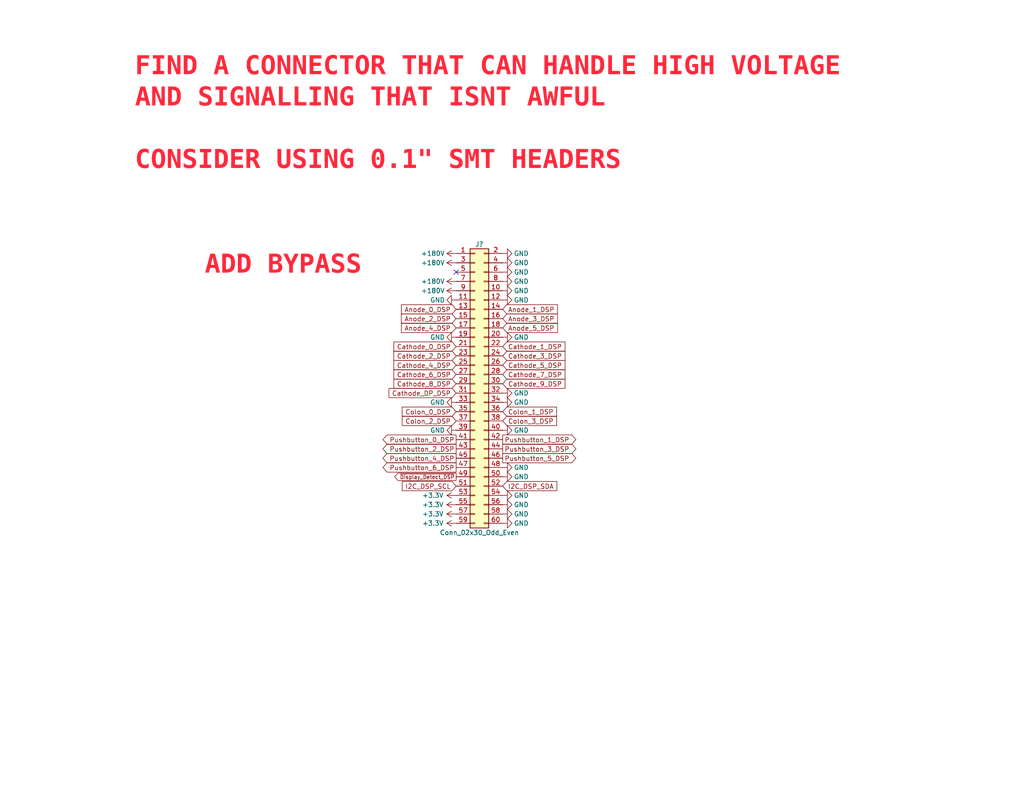
<source format=kicad_sch>
(kicad_sch (version 20230121) (generator eeschema)
  (paper "A")
  (title_block (date "2023-05-12") (rev "PRELIM") (company "Drew Maatman"))
  (lib_symbols
    (symbol "Connector_Generic:Conn_02x30_Odd_Even" (pin_names (offset 1.016) hide)
      (property "Reference" "J" (at 1.27 38.1 0))
      (property "Value" "Conn_02x30_Odd_Even" (at 1.27 -40.64 0))
      (symbol "Conn_02x30_Odd_Even_1_1"
        (rectangle (start -1.27 -37.973) (end 0 -38.227) (stroke (width 0.1524)))
        (rectangle (start -1.27 -35.433) (end 0 -35.687) (stroke (width 0.1524)))
        (rectangle (start -1.27 -32.893) (end 0 -33.147) (stroke (width 0.1524)))
        (rectangle (start -1.27 -30.353) (end 0 -30.607) (stroke (width 0.1524)))
        (rectangle (start -1.27 -27.813) (end 0 -28.067) (stroke (width 0.1524)))
        (rectangle (start -1.27 -25.273) (end 0 -25.527) (stroke (width 0.1524)))
        (rectangle (start -1.27 -22.733) (end 0 -22.987) (stroke (width 0.1524)))
        (rectangle (start -1.27 -20.193) (end 0 -20.447) (stroke (width 0.1524)))
        (rectangle (start -1.27 -17.653) (end 0 -17.907) (stroke (width 0.1524)))
        (rectangle (start -1.27 -15.113) (end 0 -15.367) (stroke (width 0.1524)))
        (rectangle (start -1.27 -12.573) (end 0 -12.827) (stroke (width 0.1524)))
        (rectangle (start -1.27 -10.033) (end 0 -10.287) (stroke (width 0.1524)))
        (rectangle (start -1.27 -7.493) (end 0 -7.747) (stroke (width 0.1524)))
        (rectangle (start -1.27 -4.953) (end 0 -5.207) (stroke (width 0.1524)))
        (rectangle (start -1.27 -2.413) (end 0 -2.667) (stroke (width 0.1524)))
        (rectangle (start -1.27 0.127) (end 0 -0.127) (stroke (width 0.1524)))
        (rectangle (start -1.27 2.667) (end 0 2.413) (stroke (width 0.1524)))
        (rectangle (start -1.27 5.207) (end 0 4.953) (stroke (width 0.1524)))
        (rectangle (start -1.27 7.747) (end 0 7.493) (stroke (width 0.1524)))
        (rectangle (start -1.27 10.287) (end 0 10.033) (stroke (width 0.1524)))
        (rectangle (start -1.27 12.827) (end 0 12.573) (stroke (width 0.1524)))
        (rectangle (start -1.27 15.367) (end 0 15.113) (stroke (width 0.1524)))
        (rectangle (start -1.27 17.907) (end 0 17.653) (stroke (width 0.1524)))
        (rectangle (start -1.27 20.447) (end 0 20.193) (stroke (width 0.1524)))
        (rectangle (start -1.27 22.987) (end 0 22.733) (stroke (width 0.1524)))
        (rectangle (start -1.27 25.527) (end 0 25.273) (stroke (width 0.1524)))
        (rectangle (start -1.27 28.067) (end 0 27.813) (stroke (width 0.1524)))
        (rectangle (start -1.27 30.607) (end 0 30.353) (stroke (width 0.1524)))
        (rectangle (start -1.27 33.147) (end 0 32.893) (stroke (width 0.1524)))
        (rectangle (start -1.27 35.687) (end 0 35.433) (stroke (width 0.1524)))
        (rectangle (start -1.27 36.83) (end 3.81 -39.37) (stroke (width 0.254)) (fill (type background)))
        (rectangle (start 3.81 -37.973) (end 2.54 -38.227) (stroke (width 0.1524)))
        (rectangle (start 3.81 -35.433) (end 2.54 -35.687) (stroke (width 0.1524)))
        (rectangle (start 3.81 -32.893) (end 2.54 -33.147) (stroke (width 0.1524)))
        (rectangle (start 3.81 -30.353) (end 2.54 -30.607) (stroke (width 0.1524)))
        (rectangle (start 3.81 -27.813) (end 2.54 -28.067) (stroke (width 0.1524)))
        (rectangle (start 3.81 -25.273) (end 2.54 -25.527) (stroke (width 0.1524)))
        (rectangle (start 3.81 -22.733) (end 2.54 -22.987) (stroke (width 0.1524)))
        (rectangle (start 3.81 -20.193) (end 2.54 -20.447) (stroke (width 0.1524)))
        (rectangle (start 3.81 -17.653) (end 2.54 -17.907) (stroke (width 0.1524)))
        (rectangle (start 3.81 -15.113) (end 2.54 -15.367) (stroke (width 0.1524)))
        (rectangle (start 3.81 -12.573) (end 2.54 -12.827) (stroke (width 0.1524)))
        (rectangle (start 3.81 -10.033) (end 2.54 -10.287) (stroke (width 0.1524)))
        (rectangle (start 3.81 -7.493) (end 2.54 -7.747) (stroke (width 0.1524)))
        (rectangle (start 3.81 -4.953) (end 2.54 -5.207) (stroke (width 0.1524)))
        (rectangle (start 3.81 -2.413) (end 2.54 -2.667) (stroke (width 0.1524)))
        (rectangle (start 3.81 0.127) (end 2.54 -0.127) (stroke (width 0.1524)))
        (rectangle (start 3.81 2.667) (end 2.54 2.413) (stroke (width 0.1524)))
        (rectangle (start 3.81 5.207) (end 2.54 4.953) (stroke (width 0.1524)))
        (rectangle (start 3.81 7.747) (end 2.54 7.493) (stroke (width 0.1524)))
        (rectangle (start 3.81 10.287) (end 2.54 10.033) (stroke (width 0.1524)))
        (rectangle (start 3.81 12.827) (end 2.54 12.573) (stroke (width 0.1524)))
        (rectangle (start 3.81 15.367) (end 2.54 15.113) (stroke (width 0.1524)))
        (rectangle (start 3.81 17.907) (end 2.54 17.653) (stroke (width 0.1524)))
        (rectangle (start 3.81 20.447) (end 2.54 20.193) (stroke (width 0.1524)))
        (rectangle (start 3.81 22.987) (end 2.54 22.733) (stroke (width 0.1524)))
        (rectangle (start 3.81 25.527) (end 2.54 25.273) (stroke (width 0.1524)))
        (rectangle (start 3.81 28.067) (end 2.54 27.813) (stroke (width 0.1524)))
        (rectangle (start 3.81 30.607) (end 2.54 30.353) (stroke (width 0.1524)))
        (rectangle (start 3.81 33.147) (end 2.54 32.893) (stroke (width 0.1524)))
        (rectangle (start 3.81 35.687) (end 2.54 35.433) (stroke (width 0.1524)))
        (pin passive line (at -5.08 35.56 0) (length 3.81) (name "Pin_1") (number "1"))
        (pin passive line (at 7.62 25.4 180) (length 3.81) (name "Pin_10") (number "10"))
        (pin passive line (at -5.08 22.86 0) (length 3.81) (name "Pin_11") (number "11"))
        (pin passive line (at 7.62 22.86 180) (length 3.81) (name "Pin_12") (number "12"))
        (pin passive line (at -5.08 20.32 0) (length 3.81) (name "Pin_13") (number "13"))
        (pin passive line (at 7.62 20.32 180) (length 3.81) (name "Pin_14") (number "14"))
        (pin passive line (at -5.08 17.78 0) (length 3.81) (name "Pin_15") (number "15"))
        (pin passive line (at 7.62 17.78 180) (length 3.81) (name "Pin_16") (number "16"))
        (pin passive line (at -5.08 15.24 0) (length 3.81) (name "Pin_17") (number "17"))
        (pin passive line (at 7.62 15.24 180) (length 3.81) (name "Pin_18") (number "18"))
        (pin passive line (at -5.08 12.7 0) (length 3.81) (name "Pin_19") (number "19"))
        (pin passive line (at 7.62 35.56 180) (length 3.81) (name "Pin_2") (number "2"))
        (pin passive line (at 7.62 12.7 180) (length 3.81) (name "Pin_20") (number "20"))
        (pin passive line (at -5.08 10.16 0) (length 3.81) (name "Pin_21") (number "21"))
        (pin passive line (at 7.62 10.16 180) (length 3.81) (name "Pin_22") (number "22"))
        (pin passive line (at -5.08 7.62 0) (length 3.81) (name "Pin_23") (number "23"))
        (pin passive line (at 7.62 7.62 180) (length 3.81) (name "Pin_24") (number "24"))
        (pin passive line (at -5.08 5.08 0) (length 3.81) (name "Pin_25") (number "25"))
        (pin passive line (at 7.62 5.08 180) (length 3.81) (name "Pin_26") (number "26"))
        (pin passive line (at -5.08 2.54 0) (length 3.81) (name "Pin_27") (number "27"))
        (pin passive line (at 7.62 2.54 180) (length 3.81) (name "Pin_28") (number "28"))
        (pin passive line (at -5.08 0 0) (length 3.81) (name "Pin_29") (number "29"))
        (pin passive line (at -5.08 33.02 0) (length 3.81) (name "Pin_3") (number "3"))
        (pin passive line (at 7.62 0 180) (length 3.81) (name "Pin_30") (number "30"))
        (pin passive line (at -5.08 -2.54 0) (length 3.81) (name "Pin_31") (number "31"))
        (pin passive line (at 7.62 -2.54 180) (length 3.81) (name "Pin_32") (number "32"))
        (pin passive line (at -5.08 -5.08 0) (length 3.81) (name "Pin_33") (number "33"))
        (pin passive line (at 7.62 -5.08 180) (length 3.81) (name "Pin_34") (number "34"))
        (pin passive line (at -5.08 -7.62 0) (length 3.81) (name "Pin_35") (number "35"))
        (pin passive line (at 7.62 -7.62 180) (length 3.81) (name "Pin_36") (number "36"))
        (pin passive line (at -5.08 -10.16 0) (length 3.81) (name "Pin_37") (number "37"))
        (pin passive line (at 7.62 -10.16 180) (length 3.81) (name "Pin_38") (number "38"))
        (pin passive line (at -5.08 -12.7 0) (length 3.81) (name "Pin_39") (number "39"))
        (pin passive line (at 7.62 33.02 180) (length 3.81) (name "Pin_4") (number "4"))
        (pin passive line (at 7.62 -12.7 180) (length 3.81) (name "Pin_40") (number "40"))
        (pin passive line (at -5.08 -15.24 0) (length 3.81) (name "Pin_41") (number "41"))
        (pin passive line (at 7.62 -15.24 180) (length 3.81) (name "Pin_42") (number "42"))
        (pin passive line (at -5.08 -17.78 0) (length 3.81) (name "Pin_43") (number "43"))
        (pin passive line (at 7.62 -17.78 180) (length 3.81) (name "Pin_44") (number "44"))
        (pin passive line (at -5.08 -20.32 0) (length 3.81) (name "Pin_45") (number "45"))
        (pin passive line (at 7.62 -20.32 180) (length 3.81) (name "Pin_46") (number "46"))
        (pin passive line (at -5.08 -22.86 0) (length 3.81) (name "Pin_47") (number "47"))
        (pin passive line (at 7.62 -22.86 180) (length 3.81) (name "Pin_48") (number "48"))
        (pin passive line (at -5.08 -25.4 0) (length 3.81) (name "Pin_49") (number "49"))
        (pin passive line (at -5.08 30.48 0) (length 3.81) (name "Pin_5") (number "5"))
        (pin passive line (at 7.62 -25.4 180) (length 3.81) (name "Pin_50") (number "50"))
        (pin passive line (at -5.08 -27.94 0) (length 3.81) (name "Pin_51") (number "51"))
        (pin passive line (at 7.62 -27.94 180) (length 3.81) (name "Pin_52") (number "52"))
        (pin passive line (at -5.08 -30.48 0) (length 3.81) (name "Pin_53") (number "53"))
        (pin passive line (at 7.62 -30.48 180) (length 3.81) (name "Pin_54") (number "54"))
        (pin passive line (at -5.08 -33.02 0) (length 3.81) (name "Pin_55") (number "55"))
        (pin passive line (at 7.62 -33.02 180) (length 3.81) (name "Pin_56") (number "56"))
        (pin passive line (at -5.08 -35.56 0) (length 3.81) (name "Pin_57") (number "57"))
        (pin passive line (at 7.62 -35.56 180) (length 3.81) (name "Pin_58") (number "58"))
        (pin passive line (at -5.08 -38.1 0) (length 3.81) (name "Pin_59") (number "59"))
        (pin passive line (at 7.62 30.48 180) (length 3.81) (name "Pin_6") (number "6"))
        (pin passive line (at 7.62 -38.1 180) (length 3.81) (name "Pin_60") (number "60"))
        (pin passive line (at -5.08 27.94 0) (length 3.81) (name "Pin_7") (number "7"))
        (pin passive line (at 7.62 27.94 180) (length 3.81) (name "Pin_8") (number "8"))
        (pin passive line (at -5.08 25.4 0) (length 3.81) (name "Pin_9") (number "9"))
      )
    )
    (symbol "Custom Library:+180" (power) (pin_names (offset 0))
      (property "Value" "+180V" (at 0 3.81 0))
      (symbol "+180_0_1"
        (polyline (pts (xy -0.762 1.27) (xy 0 2.54)))
        (polyline (pts (xy 0 0) (xy 0 2.54)))
        (polyline (pts (xy 0 2.54) (xy 0.762 1.27)))
      )
      (symbol "+180_1_1"
        (pin power_in line (at 0 0 90) (length 0) hide (name "+180V") (number "1"))
      )
    )
    (symbol "Custom Library:+90V" (power) (pin_names (offset 0))
      (property "Value" "+90V" (at 0 3.81 0))
      (symbol "+90V_0_1"
        (polyline (pts (xy -0.762 1.27) (xy 0 2.54)))
        (polyline (pts (xy 0 0) (xy 0 2.54)))
        (polyline (pts (xy 0 2.54) (xy 0.762 1.27)))
      )
      (symbol "+90V_1_1"
        (pin power_in line (at 0 0 90) (length 0) hide (name "+180V") (number "1"))
      )
    )
    (symbol "power:+3.3V" (power) (pin_names (offset 0))
      (property "Value" "+3.3V" (at 0 3.556 0))
      (symbol "+3.3V_0_1"
        (polyline (pts (xy -0.762 1.27) (xy 0 2.54)))
        (polyline (pts (xy 0 0) (xy 0 2.54)))
        (polyline (pts (xy 0 2.54) (xy 0.762 1.27)))
      )
      (symbol "+3.3V_1_1"
        (pin power_in line (at 0 0 90) (length 0) hide (name "+3.3V") (number "1"))
      )
    )
    (symbol "power:GND" (power) (pin_names (offset 0))
      (property "Value" "GND" (at 0 -3.81 0))
      (symbol "GND_0_1"
        (polyline (pts (xy 0 0) (xy 0 -1.27) (xy 1.27 -1.27) (xy 0 -2.54) (xy -1.27 -1.27) (xy 0 -1.27)))
      )
      (symbol "GND_1_1"
        (pin power_in line (at 0 0 270) (length 0) hide (name "GND") (number "1"))
      )
    )
  )
  (no_connect (at 124.46 74.295))
  (text "ADD BYPASS" (at 55.88 76.835 0) (effects (font (size 5.08 5.08) (thickness 0.254) bold) (justify left bottom)))
  (text "FIND A CONNECTOR THAT CAN HANDLE HIGH VOLTAGE\nAND SIGNALLING THAT ISNT AWFUL\n\nCONSIDER USING 0.1\" SMT HEADERS" (at 36.83 48.26 0) (effects (font (size 5.08 5.08) (thickness 0.254) bold) (justify left bottom)))
  (global_label "Colon_3_DSP" (shape input) (at 137.16 114.935 0) (property "Intersheetrefs" "${INTERSHEET_REFS}" (effects hide)))
  (global_label "Colon_2_DSP" (shape input) (at 124.46 114.935 180) (property "Intersheetrefs" "${INTERSHEET_REFS}" (effects hide)))
  (global_label "~{Display_Detect_DSP}" (shape output) (at 124.46 130.175 180) (effects (font (size 1.016 1.016))) (property "Intersheetrefs" "${INTERSHEET_REFS}" (effects hide)))
  (global_label "Cathode_0_DSP" (shape input) (at 124.46 94.615 180) (property "Intersheetrefs" "${INTERSHEET_REFS}" (effects hide)))
  (global_label "Cathode_DP_DSP" (shape input) (at 124.46 107.315 180) (property "Intersheetrefs" "${INTERSHEET_REFS}" (effects hide)))
  (global_label "Cathode_1_DSP" (shape input) (at 137.16 94.615 0) (property "Intersheetrefs" "${INTERSHEET_REFS}" (effects hide)))
  (global_label "Anode_4_DSP" (shape input) (at 124.46 89.535 180) (property "Intersheetrefs" "${INTERSHEET_REFS}" (effects hide)))
  (global_label "Anode_3_DSP" (shape input) (at 137.16 86.995 0) (property "Intersheetrefs" "${INTERSHEET_REFS}" (effects hide)))
  (global_label "Cathode_3_DSP" (shape input) (at 137.16 97.155 0) (property "Intersheetrefs" "${INTERSHEET_REFS}" (effects hide)))
  (global_label "I2C_DSP_SDA" (shape input) (at 137.16 132.715 0) (property "Intersheetrefs" "${INTERSHEET_REFS}" (effects hide)))
  (global_label "Pushbutton_1_DSP" (shape output) (at 137.16 120.015 0) (property "Intersheetrefs" "${INTERSHEET_REFS}" (effects hide)))
  (global_label "Cathode_2_DSP" (shape input) (at 124.46 97.155 180) (property "Intersheetrefs" "${INTERSHEET_REFS}" (effects hide)))
  (global_label "Pushbutton_4_DSP" (shape output) (at 124.46 125.095 180) (property "Intersheetrefs" "${INTERSHEET_REFS}" (effects hide)))
  (global_label "Colon_1_DSP" (shape input) (at 137.16 112.395 0) (property "Intersheetrefs" "${INTERSHEET_REFS}" (effects hide)))
  (global_label "Pushbutton_5_DSP" (shape output) (at 137.16 125.095 0) (property "Intersheetrefs" "${INTERSHEET_REFS}" (effects hide)))
  (global_label "Anode_2_DSP" (shape input) (at 124.46 86.995 180) (property "Intersheetrefs" "${INTERSHEET_REFS}" (effects hide)))
  (global_label "Cathode_5_DSP" (shape input) (at 137.16 99.695 0) (property "Intersheetrefs" "${INTERSHEET_REFS}" (effects hide)))
  (global_label "Pushbutton_0_DSP" (shape output) (at 124.46 120.015 180) (property "Intersheetrefs" "${INTERSHEET_REFS}" (effects hide)))
  (global_label "Anode_5_DSP" (shape input) (at 137.16 89.535 0) (property "Intersheetrefs" "${INTERSHEET_REFS}" (effects hide)))
  (global_label "Cathode_4_DSP" (shape input) (at 124.46 99.695 180) (property "Intersheetrefs" "${INTERSHEET_REFS}" (effects hide)))
  (global_label "Cathode_7_DSP" (shape input) (at 137.16 102.235 0) (property "Intersheetrefs" "${INTERSHEET_REFS}" (effects hide)))
  (global_label "Pushbutton_6_DSP" (shape output) (at 124.46 127.635 180) (property "Intersheetrefs" "${INTERSHEET_REFS}" (effects hide)))
  (global_label "Pushbutton_2_DSP" (shape output) (at 124.46 122.555 180) (property "Intersheetrefs" "${INTERSHEET_REFS}" (effects hide)))
  (global_label "I2C_DSP_SCL" (shape input) (at 124.46 132.715 180) (property "Intersheetrefs" "${INTERSHEET_REFS}" (effects hide)))
  (global_label "Cathode_6_DSP" (shape input) (at 124.46 102.235 180) (property "Intersheetrefs" "${INTERSHEET_REFS}" (effects hide)))
  (global_label "Anode_1_DSP" (shape input) (at 137.16 84.455 0) (property "Intersheetrefs" "${INTERSHEET_REFS}" (effects hide)))
  (global_label "Colon_0_DSP" (shape input) (at 124.46 112.395 180) (property "Intersheetrefs" "${INTERSHEET_REFS}" (effects hide)))
  (global_label "Cathode_8_DSP" (shape input) (at 124.46 104.775 180) (property "Intersheetrefs" "${INTERSHEET_REFS}" (effects hide)))
  (global_label "Anode_0_DSP" (shape input) (at 124.46 84.455 180) (property "Intersheetrefs" "${INTERSHEET_REFS}" (effects hide)))
  (global_label "Pushbutton_3_DSP" (shape output) (at 137.16 122.555 0) (property "Intersheetrefs" "${INTERSHEET_REFS}" (effects hide)))
  (global_label "Cathode_9_DSP" (shape input) (at 137.16 104.775 0) (property "Intersheetrefs" "${INTERSHEET_REFS}" (effects hide)))
  (symbol (lib_id "power:GND") (at 137.16 74.295 90) (mirror x) (unit 1)
    (property "Reference" "#PWR01905" (effects hide))
    (property "Value" "GND" (at 142.24 74.295 90))
  )
  (symbol (lib_id "power:GND") (at 137.16 71.755 90) (mirror x) (unit 1)
    (property "Reference" "#PWR01908" (effects hide))
    (property "Value" "GND" (at 142.24 71.755 90))
  )
  (symbol (lib_id "Custom Library:+90V") (at 124.46 76.835 90) (unit 1)
    (property "Reference" "#PWR?" (effects hide))
    (property "Value" "+90V" (at 118.11 76.835 90))
    (instances (project "Nixie_Clock_Core" (path "" (reference "#PWR?") (unit 1)) (path "" (reference "#PWR01901") (unit 1))))
  )
  (symbol (lib_id "power:+3.3V") (at 124.46 142.875 90) (unit 1)
    (property "Reference" "#PWR?" (effects hide))
    (property "Value" "+3.3V" (at 118.11 142.875 90))
    (instances (project "Nixie_Clock_Core" (path "" (reference "#PWR?") (unit 1)) (path "" (reference "#PWR01909") (unit 1))) (project "LED_Panel_Controller" (path "" (reference "#PWR?") (unit 1)) (path "" (reference "#PWR?") (unit 1)) (path "" (reference "#PWR?") (unit 1)) (path "" (reference "#PWR?") (unit 1)) (path "" (reference "#PWR?") (unit 1))))
  )
  (symbol (lib_id "Connector_Generic:Conn_02x30_Odd_Even") (at 129.54 104.775 0) (unit 1)
    (property "Reference" "J?" (at 130.81 66.675 0))
    (property "Value" "Conn_02x30_Odd_Even" (at 130.81 145.415 0))
  )
  (symbol (lib_id "power:GND") (at 124.46 81.915 270) (unit 1)
    (property "Reference" "#PWR01918" (effects hide))
    (property "Value" "GND" (at 119.38 81.915 90))
  )
  (symbol (lib_id "power:GND") (at 137.16 76.835 90) (mirror x) (unit 1)
    (property "Reference" "#PWR01914" (effects hide))
    (property "Value" "GND" (at 142.24 76.835 90))
  )
  (symbol (lib_id "power:+3.3V") (at 124.46 135.255 90) (unit 1)
    (property "Reference" "#PWR?" (effects hide))
    (property "Value" "+3.3V" (at 118.11 135.255 90))
    (instances (project "Nixie_Clock_Core" (path "" (reference "#PWR?") (unit 1)) (path "" (reference "#PWR01925") (unit 1))) (project "LED_Panel_Controller" (path "" (reference "#PWR?") (unit 1)) (path "" (reference "#PWR?") (unit 1)) (path "" (reference "#PWR?") (unit 1)) (path "" (reference "#PWR?") (unit 1)) (path "" (reference "#PWR?") (unit 1))))
  )
  (symbol (lib_id "power:GND") (at 124.46 117.475 270) (unit 1)
    (property "Reference" "#PWR01920" (effects hide))
    (property "Value" "GND" (at 119.38 117.475 90))
  )
  (symbol (lib_id "Custom Library:+90V") (at 124.46 79.375 90) (unit 1)
    (property "Reference" "#PWR?" (effects hide))
    (property "Value" "+90V" (at 118.11 79.375 90))
    (instances (project "Nixie_Clock_Core" (path "" (reference "#PWR?") (unit 1)) (path "" (reference "#PWR01911") (unit 1))))
  )
  (symbol (lib_id "Custom Library:+180") (at 124.46 69.215 90) (unit 1)
    (property "Reference" "#PWR?" (effects hide))
    (property "Value" "+180V" (at 118.11 69.215 90))
    (instances (project "Nixie_Clock_Core" (path "" (reference "#PWR?") (unit 1)) (path "" (reference "#PWR01902") (unit 1))))
  )
  (symbol (lib_id "power:+3.3V") (at 124.46 140.335 90) (unit 1)
    (property "Reference" "#PWR?" (effects hide))
    (property "Value" "+3.3V" (at 118.11 140.335 90))
    (instances (project "Nixie_Clock_Core" (path "" (reference "#PWR?") (unit 1)) (path "" (reference "#PWR01906") (unit 1))) (project "LED_Panel_Controller" (path "" (reference "#PWR?") (unit 1)) (path "" (reference "#PWR?") (unit 1)) (path "" (reference "#PWR?") (unit 1)) (path "" (reference "#PWR?") (unit 1)) (path "" (reference "#PWR?") (unit 1))))
  )
  (symbol (lib_id "power:GND") (at 137.16 127.635 90) (mirror x) (unit 1)
    (property "Reference" "#PWR01923" (effects hide))
    (property "Value" "GND" (at 142.24 127.635 90))
  )
  (symbol (lib_id "power:GND") (at 137.16 92.075 90) (mirror x) (unit 1)
    (property "Reference" "#PWR01927" (effects hide))
    (property "Value" "GND" (at 142.24 92.075 90))
  )
  (symbol (lib_id "power:GND") (at 137.16 81.915 90) (unit 1)
    (property "Reference" "#PWR01919" (effects hide))
    (property "Value" "GND" (at 142.24 81.915 90))
  )
  (symbol (lib_id "power:GND") (at 137.16 142.875 90) (mirror x) (unit 1)
    (property "Reference" "#PWR01916" (effects hide))
    (property "Value" "GND" (at 142.24 142.875 90))
  )
  (symbol (lib_id "power:GND") (at 137.16 107.315 90) (mirror x) (unit 1)
    (property "Reference" "#PWR01930" (effects hide))
    (property "Value" "GND" (at 142.24 107.315 90))
  )
  (symbol (lib_id "power:GND") (at 137.16 117.475 90) (mirror x) (unit 1)
    (property "Reference" "#PWR01921" (effects hide))
    (property "Value" "GND" (at 142.24 117.475 90))
  )
  (symbol (lib_id "power:GND") (at 137.16 79.375 90) (mirror x) (unit 1)
    (property "Reference" "#PWR01915" (effects hide))
    (property "Value" "GND" (at 142.24 79.375 90))
  )
  (symbol (lib_id "power:GND") (at 137.16 137.795 90) (mirror x) (unit 1)
    (property "Reference" "#PWR01912" (effects hide))
    (property "Value" "GND" (at 142.24 137.795 90))
  )
  (symbol (lib_id "power:+3.3V") (at 124.46 137.795 90) (unit 1)
    (property "Reference" "#PWR?" (effects hide))
    (property "Value" "+3.3V" (at 118.11 137.795 90))
    (instances (project "Nixie_Clock_Core" (path "" (reference "#PWR?") (unit 1)) (path "" (reference "#PWR01903") (unit 1))) (project "LED_Panel_Controller" (path "" (reference "#PWR?") (unit 1)) (path "" (reference "#PWR?") (unit 1)) (path "" (reference "#PWR?") (unit 1)) (path "" (reference "#PWR?") (unit 1)) (path "" (reference "#PWR?") (unit 1))))
  )
  (symbol (lib_id "power:GND") (at 124.46 109.855 270) (unit 1)
    (property "Reference" "#PWR01928" (effects hide))
    (property "Value" "GND" (at 119.38 109.855 90))
  )
  (symbol (lib_id "power:GND") (at 137.16 135.255 90) (mirror x) (unit 1)
    (property "Reference" "#PWR01910" (effects hide))
    (property "Value" "GND" (at 142.24 135.255 90))
  )
  (symbol (lib_id "power:GND") (at 137.16 140.335 90) (mirror x) (unit 1)
    (property "Reference" "#PWR01913" (effects hide))
    (property "Value" "GND" (at 142.24 140.335 90))
  )
  (symbol (lib_id "power:GND") (at 137.16 69.215 90) (mirror x) (unit 1)
    (property "Reference" "#PWR01907" (effects hide))
    (property "Value" "GND" (at 142.24 69.215 90))
  )
  (symbol (lib_id "power:GND") (at 124.46 92.075 270) (unit 1)
    (property "Reference" "#PWR01926" (effects hide))
    (property "Value" "GND" (at 119.38 92.075 90))
  )
  (symbol (lib_id "Custom Library:+180") (at 124.46 71.755 90) (unit 1)
    (property "Reference" "#PWR?" (effects hide))
    (property "Value" "+180V" (at 118.11 71.755 90))
    (instances (project "Nixie_Clock_Core" (path "" (reference "#PWR?") (unit 1)) (path "" (reference "#PWR01904") (unit 1))))
  )
  (symbol (lib_id "power:GND") (at 137.16 109.855 90) (mirror x) (unit 1)
    (property "Reference" "#PWR01929" (effects hide))
    (property "Value" "GND" (at 142.24 109.855 90))
  )
  (symbol (lib_id "power:GND") (at 137.16 130.175 90) (mirror x) (unit 1)
    (property "Reference" "#PWR01924" (effects hide))
    (property "Value" "GND" (at 142.24 130.175 90))
  )
)
</source>
